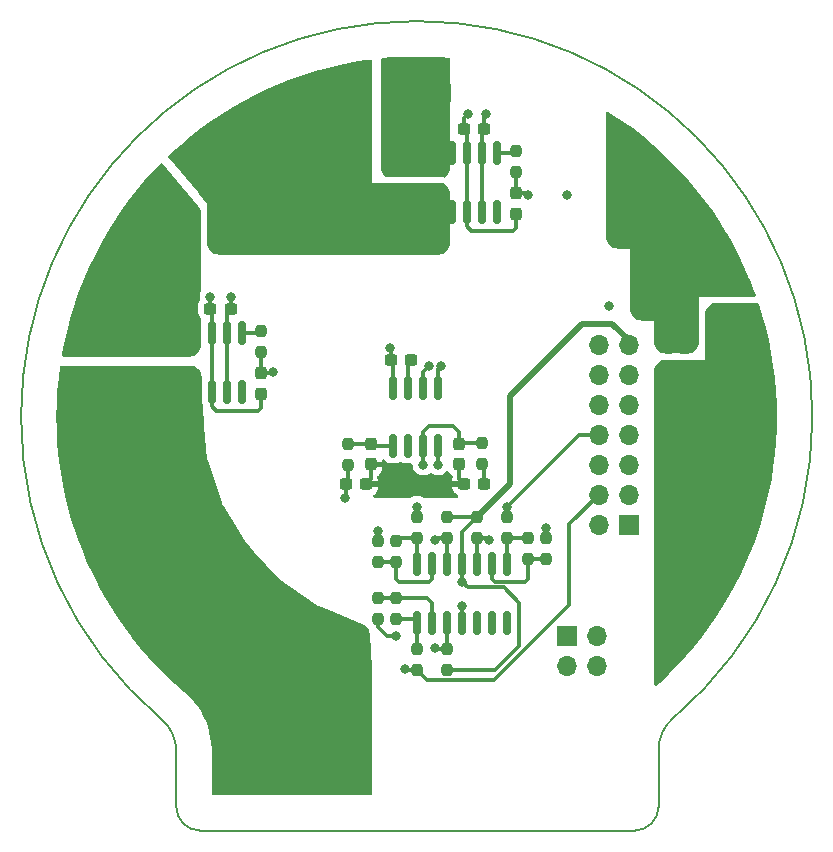
<source format=gbr>
%TF.GenerationSoftware,KiCad,Pcbnew,7.0.1*%
%TF.CreationDate,2023-12-23T17:04:28+03:00*%
%TF.ProjectId,_____ ________,1f3b3042-3020-4343-9042-47383a3e322e,rev?*%
%TF.SameCoordinates,Original*%
%TF.FileFunction,Copper,L1,Top*%
%TF.FilePolarity,Positive*%
%FSLAX46Y46*%
G04 Gerber Fmt 4.6, Leading zero omitted, Abs format (unit mm)*
G04 Created by KiCad (PCBNEW 7.0.1) date 2023-12-23 17:04:28*
%MOMM*%
%LPD*%
G01*
G04 APERTURE LIST*
G04 Aperture macros list*
%AMRoundRect*
0 Rectangle with rounded corners*
0 $1 Rounding radius*
0 $2 $3 $4 $5 $6 $7 $8 $9 X,Y pos of 4 corners*
0 Add a 4 corners polygon primitive as box body*
4,1,4,$2,$3,$4,$5,$6,$7,$8,$9,$2,$3,0*
0 Add four circle primitives for the rounded corners*
1,1,$1+$1,$2,$3*
1,1,$1+$1,$4,$5*
1,1,$1+$1,$6,$7*
1,1,$1+$1,$8,$9*
0 Add four rect primitives between the rounded corners*
20,1,$1+$1,$2,$3,$4,$5,0*
20,1,$1+$1,$4,$5,$6,$7,0*
20,1,$1+$1,$6,$7,$8,$9,0*
20,1,$1+$1,$8,$9,$2,$3,0*%
%AMRotRect*
0 Rectangle, with rotation*
0 The origin of the aperture is its center*
0 $1 length*
0 $2 width*
0 $3 Rotation angle, in degrees counterclockwise*
0 Add horizontal line*
21,1,$1,$2,0,0,$3*%
G04 Aperture macros list end*
%TA.AperFunction,SMDPad,CuDef*%
%ADD10RoundRect,0.249999X-1.425001X0.450001X-1.425001X-0.450001X1.425001X-0.450001X1.425001X0.450001X0*%
%TD*%
%TA.AperFunction,SMDPad,CuDef*%
%ADD11RoundRect,0.237500X0.237500X-0.250000X0.237500X0.250000X-0.237500X0.250000X-0.237500X-0.250000X0*%
%TD*%
%TA.AperFunction,ComponentPad*%
%ADD12RotRect,1.635000X1.635000X290.000000*%
%TD*%
%TA.AperFunction,ComponentPad*%
%ADD13C,1.635000*%
%TD*%
%TA.AperFunction,SMDPad,CuDef*%
%ADD14RoundRect,0.237500X0.237500X-0.300000X0.237500X0.300000X-0.237500X0.300000X-0.237500X-0.300000X0*%
%TD*%
%TA.AperFunction,SMDPad,CuDef*%
%ADD15RoundRect,0.237500X0.300000X0.237500X-0.300000X0.237500X-0.300000X-0.237500X0.300000X-0.237500X0*%
%TD*%
%TA.AperFunction,ComponentPad*%
%ADD16C,6.000000*%
%TD*%
%TA.AperFunction,SMDPad,CuDef*%
%ADD17RoundRect,0.237500X-0.300000X-0.237500X0.300000X-0.237500X0.300000X0.237500X-0.300000X0.237500X0*%
%TD*%
%TA.AperFunction,SMDPad,CuDef*%
%ADD18RoundRect,0.237500X-0.237500X0.250000X-0.237500X-0.250000X0.237500X-0.250000X0.237500X0.250000X0*%
%TD*%
%TA.AperFunction,SMDPad,CuDef*%
%ADD19RoundRect,0.150000X0.150000X-0.825000X0.150000X0.825000X-0.150000X0.825000X-0.150000X-0.825000X0*%
%TD*%
%TA.AperFunction,SMDPad,CuDef*%
%ADD20RoundRect,0.237500X-0.237500X0.300000X-0.237500X-0.300000X0.237500X-0.300000X0.237500X0.300000X0*%
%TD*%
%TA.AperFunction,ComponentPad*%
%ADD21RotRect,1.635000X1.635000X70.000000*%
%TD*%
%TA.AperFunction,ComponentPad*%
%ADD22RotRect,1.635000X1.635000X300.000000*%
%TD*%
%TA.AperFunction,ComponentPad*%
%ADD23R,1.635000X1.635000*%
%TD*%
%TA.AperFunction,ComponentPad*%
%ADD24RotRect,1.635000X1.635000X60.000000*%
%TD*%
%TA.AperFunction,SMDPad,CuDef*%
%ADD25RoundRect,0.150000X-0.150000X0.825000X-0.150000X-0.825000X0.150000X-0.825000X0.150000X0.825000X0*%
%TD*%
%TA.AperFunction,ComponentPad*%
%ADD26RotRect,1.635000X1.635000X50.000000*%
%TD*%
%TA.AperFunction,ComponentPad*%
%ADD27R,1.700000X1.700000*%
%TD*%
%TA.AperFunction,ComponentPad*%
%ADD28O,1.700000X1.700000*%
%TD*%
%TA.AperFunction,ComponentPad*%
%ADD29RotRect,1.635000X1.635000X310.000000*%
%TD*%
%TA.AperFunction,ViaPad*%
%ADD30C,0.800000*%
%TD*%
%TA.AperFunction,Conductor*%
%ADD31C,0.300000*%
%TD*%
%TA.AperFunction,Conductor*%
%ADD32C,0.500000*%
%TD*%
%TA.AperFunction,Profile*%
%ADD33C,0.200000*%
%TD*%
G04 APERTURE END LIST*
D10*
%TO.P,R5,1*%
%TO.N,B*%
X151892000Y-60450000D03*
%TO.P,R5,2*%
%TO.N,B_OUT*%
X151892000Y-66550000D03*
%TD*%
D11*
%TO.P,R17,1*%
%TO.N,GNDA*%
X148590000Y-100480500D03*
%TO.P,R17,2*%
%TO.N,Net-(U4C--)*%
X148590000Y-98655500D03*
%TD*%
D12*
%TO.P,J13,1,1*%
%TO.N,B_OUT*%
X144872270Y-59835673D03*
D13*
%TO.P,J13,2,2*%
X146411361Y-64064290D03*
%TD*%
D14*
%TO.P,C4,1*%
%TO.N,GND*%
X155448000Y-87323000D03*
%TO.P,C4,2*%
%TO.N,OUT_MCU*%
X155448000Y-85598000D03*
%TD*%
D15*
%TO.P,C8,1*%
%TO.N,+3.3V*%
X136091000Y-74168000D03*
%TO.P,C8,2*%
%TO.N,GND*%
X134366000Y-74168000D03*
%TD*%
D16*
%TO.P,J2,1,Pin_1*%
%TO.N,B*%
X151765000Y-55880000D03*
%TD*%
D17*
%TO.P,C1,1*%
%TO.N,+3.3V*%
X145822500Y-89050500D03*
%TO.P,C1,2*%
%TO.N,GND*%
X147547500Y-89050500D03*
%TD*%
D18*
%TO.P,R12,1*%
%TO.N,Temp_Coil_B_MCU*%
X151892000Y-91797500D03*
%TO.P,R12,2*%
%TO.N,Net-(R12-Pad2)*%
X151892000Y-93622500D03*
%TD*%
%TO.P,R10,1*%
%TO.N,Temp_Coil_A_MCU*%
X159512000Y-91797500D03*
%TO.P,R10,2*%
%TO.N,Net-(R10-Pad2)*%
X159512000Y-93622500D03*
%TD*%
D11*
%TO.P,R8,1*%
%TO.N,Current_C_MCU*%
X138684000Y-77874500D03*
%TO.P,R8,2*%
%TO.N,Net-(R8-Pad2)*%
X138684000Y-76049500D03*
%TD*%
D16*
%TO.P,J3,1,Pin_1*%
%TO.N,C*%
X129540000Y-70485000D03*
%TD*%
D19*
%TO.P,U2,1,-*%
%TO.N,B_OUT*%
X154813000Y-65975000D03*
%TO.P,U2,2,GND*%
%TO.N,GND*%
X156083000Y-65975000D03*
%TO.P,U2,3,REF2*%
%TO.N,+3.3V*%
X157353000Y-65975000D03*
%TO.P,U2,4,NC*%
%TO.N,unconnected-(U2-NC-Pad4)*%
X158623000Y-65975000D03*
%TO.P,U2,5*%
%TO.N,Net-(R6-Pad2)*%
X158623000Y-61025000D03*
%TO.P,U2,6,V+*%
%TO.N,+3.3V*%
X157353000Y-61025000D03*
%TO.P,U2,7,REF1*%
%TO.N,GND*%
X156083000Y-61025000D03*
%TO.P,U2,8,+*%
%TO.N,B*%
X154813000Y-61025000D03*
%TD*%
D18*
%TO.P,R16,1*%
%TO.N,GNDA*%
X148590000Y-93829500D03*
%TO.P,R16,2*%
%TO.N,Net-(U4B--)*%
X148590000Y-95654500D03*
%TD*%
%TO.P,R20,1*%
%TO.N,Net-(U4C--)*%
X150114000Y-98655500D03*
%TO.P,R20,2*%
%TO.N,Net-(R14-Pad2)*%
X150114000Y-100480500D03*
%TD*%
%TO.P,R11,1*%
%TO.N,+3.3VA*%
X154432000Y-91797500D03*
%TO.P,R11,2*%
%TO.N,PTC_Coil_B*%
X154432000Y-93622500D03*
%TD*%
D20*
%TO.P,C7,1*%
%TO.N,Current_B_MCU*%
X160274000Y-64415500D03*
%TO.P,C7,2*%
%TO.N,GND*%
X160274000Y-66140500D03*
%TD*%
D18*
%TO.P,R18,1*%
%TO.N,GNDA*%
X162814000Y-93575500D03*
%TO.P,R18,2*%
%TO.N,Net-(U4A--)*%
X162814000Y-95400500D03*
%TD*%
D20*
%TO.P,C3,1*%
%TO.N,Net-(D1-VDD)*%
X147955000Y-85648000D03*
%TO.P,C3,2*%
%TO.N,GND*%
X147955000Y-87373000D03*
%TD*%
D21*
%TO.P,J7,1,1*%
%TO.N,C_OUT*%
X145272909Y-107352617D03*
D13*
%TO.P,J7,2,2*%
X146812000Y-103124000D03*
%TD*%
D22*
%TO.P,J12,1,1*%
%TO.N,B_OUT*%
X139990000Y-62142886D03*
D13*
%TO.P,J12,2,2*%
X142240000Y-66040000D03*
%TD*%
D11*
%TO.P,R19,1*%
%TO.N,Net-(U4A--)*%
X161290000Y-95400500D03*
%TO.P,R19,2*%
%TO.N,Net-(R10-Pad2)*%
X161290000Y-93575500D03*
%TD*%
D19*
%TO.P,U3,1,-*%
%TO.N,C_OUT*%
X133223000Y-81215000D03*
%TO.P,U3,2,GND*%
%TO.N,GND*%
X134493000Y-81215000D03*
%TO.P,U3,3,REF2*%
%TO.N,+3.3V*%
X135763000Y-81215000D03*
%TO.P,U3,4,NC*%
%TO.N,unconnected-(U3-NC-Pad4)*%
X137033000Y-81215000D03*
%TO.P,U3,5*%
%TO.N,Net-(R8-Pad2)*%
X137033000Y-76265000D03*
%TO.P,U3,6,V+*%
%TO.N,+3.3V*%
X135763000Y-76265000D03*
%TO.P,U3,7,REF1*%
%TO.N,GND*%
X134493000Y-76265000D03*
%TO.P,U3,8,+*%
%TO.N,C*%
X133223000Y-76265000D03*
%TD*%
D23*
%TO.P,J6,1,1*%
%TO.N,A_OUT*%
X178272000Y-79248000D03*
D13*
%TO.P,J6,2,2*%
X173772000Y-79248000D03*
%TD*%
D11*
%TO.P,R2,1*%
%TO.N,Net-(C2-Pad2)*%
X157353000Y-87373000D03*
%TO.P,R2,2*%
%TO.N,OUT_MCU*%
X157353000Y-85548000D03*
%TD*%
D16*
%TO.P,J1,1,Pin_1*%
%TO.N,A*%
X173990000Y-70485000D03*
%TD*%
D24*
%TO.P,J10,1,1*%
%TO.N,C_OUT*%
X140498000Y-104989114D03*
D13*
%TO.P,J10,2,2*%
X142748000Y-101092000D03*
%TD*%
D23*
%TO.P,J5,1,1*%
%TO.N,A_OUT*%
X178272000Y-83566000D03*
D13*
%TO.P,J5,2,2*%
X173772000Y-83566000D03*
%TD*%
D25*
%TO.P,U4,1*%
%TO.N,Net-(R10-Pad2)*%
X159512000Y-95823000D03*
%TO.P,U4,2,-*%
%TO.N,Net-(U4A--)*%
X158242000Y-95823000D03*
%TO.P,U4,3,+*%
%TO.N,PTC_Coil_A*%
X156972000Y-95823000D03*
%TO.P,U4,4,V+*%
%TO.N,+3.3VA*%
X155702000Y-95823000D03*
%TO.P,U4,5,+*%
%TO.N,PTC_Coil_B*%
X154432000Y-95823000D03*
%TO.P,U4,6,-*%
%TO.N,Net-(U4B--)*%
X153162000Y-95823000D03*
%TO.P,U4,7*%
%TO.N,Net-(R12-Pad2)*%
X151892000Y-95823000D03*
%TO.P,U4,8*%
%TO.N,Net-(R14-Pad2)*%
X151892000Y-100773000D03*
%TO.P,U4,9,-*%
%TO.N,Net-(U4C--)*%
X153162000Y-100773000D03*
%TO.P,U4,10,+*%
%TO.N,PTC_Coil_C*%
X154432000Y-100773000D03*
%TO.P,U4,11,V-*%
%TO.N,GNDA*%
X155702000Y-100773000D03*
%TO.P,U4,12*%
%TO.N,N/C*%
X156972000Y-100773000D03*
%TO.P,U4,13*%
X158242000Y-100773000D03*
%TO.P,U4,14*%
X159512000Y-100773000D03*
%TD*%
D11*
%TO.P,R6,1*%
%TO.N,Current_B_MCU*%
X160274000Y-62634500D03*
%TO.P,R6,2*%
%TO.N,Net-(R6-Pad2)*%
X160274000Y-60809500D03*
%TD*%
D18*
%TO.P,R9,1*%
%TO.N,+3.3VA*%
X156972000Y-91797500D03*
%TO.P,R9,2*%
%TO.N,PTC_Coil_A*%
X156972000Y-93622500D03*
%TD*%
D26*
%TO.P,J11,1,1*%
%TO.N,C_OUT*%
X136045456Y-101999200D03*
D13*
%TO.P,J11,2,2*%
X138938000Y-98552000D03*
%TD*%
D11*
%TO.P,R14,1*%
%TO.N,Temp_Coil_C_MCU*%
X151892000Y-104798500D03*
%TO.P,R14,2*%
%TO.N,Net-(R14-Pad2)*%
X151892000Y-102973500D03*
%TD*%
D27*
%TO.P,J8,1,Pin_1*%
%TO.N,PTC_Coil_A*%
X164540000Y-101874000D03*
D28*
%TO.P,J8,2,Pin_2*%
%TO.N,GNDA*%
X167080000Y-101874000D03*
%TO.P,J8,3,Pin_3*%
%TO.N,PTC_Coil_C*%
X164540000Y-104414000D03*
%TO.P,J8,4,Pin_4*%
%TO.N,PTC_Coil_B*%
X167080000Y-104414000D03*
%TD*%
D11*
%TO.P,R13,1*%
%TO.N,+3.3VA*%
X154432000Y-104798500D03*
%TO.P,R13,2*%
%TO.N,PTC_Coil_C*%
X154432000Y-102973500D03*
%TD*%
%TO.P,R1,1*%
%TO.N,+3.3V*%
X146050000Y-87423000D03*
%TO.P,R1,2*%
%TO.N,Net-(D1-VDD)*%
X146050000Y-85598000D03*
%TD*%
D10*
%TO.P,R7,1*%
%TO.N,C*%
X129540000Y-75690000D03*
%TO.P,R7,2*%
%TO.N,C_OUT*%
X129540000Y-81790000D03*
%TD*%
D29*
%TO.P,J14,1,1*%
%TO.N,B_OUT*%
X135537456Y-65132800D03*
D13*
%TO.P,J14,2,2*%
X138430000Y-68580000D03*
%TD*%
D17*
%TO.P,C2,1*%
%TO.N,GND*%
X155855500Y-89000500D03*
%TO.P,C2,2*%
%TO.N,Net-(C2-Pad2)*%
X157580500Y-89000500D03*
%TD*%
D15*
%TO.P,C6,1*%
%TO.N,+3.3V*%
X157580500Y-58928000D03*
%TO.P,C6,2*%
%TO.N,GND*%
X155855500Y-58928000D03*
%TD*%
D23*
%TO.P,J9,1,1*%
%TO.N,A_OUT*%
X178272000Y-87884000D03*
D13*
%TO.P,J9,2,2*%
X173772000Y-87884000D03*
%TD*%
D19*
%TO.P,D1,1,VDD*%
%TO.N,Net-(D1-VDD)*%
X149859712Y-85812789D03*
%TO.P,D1,2,NC*%
%TO.N,unconnected-(D1-NC-Pad2)*%
X151129712Y-85812789D03*
%TO.P,D1,3,OUT*%
%TO.N,OUT_MCU*%
X152399712Y-85812789D03*
%TO.P,D1,4,SCLK*%
%TO.N,SCLK_MCU*%
X153669712Y-85812789D03*
%TO.P,D1,5,CS*%
%TO.N,CS_MCU*%
X153669712Y-80862789D03*
%TO.P,D1,6,SDIO*%
%TO.N,SDIO_MCU*%
X152399712Y-80862789D03*
%TO.P,D1,7,VLDO*%
%TO.N,Net-(D1-VLDO)*%
X151129712Y-80862789D03*
%TO.P,D1,8,GND*%
%TO.N,GND*%
X149859712Y-80862789D03*
%TD*%
D11*
%TO.P,R15,1*%
%TO.N,Net-(U4B--)*%
X150114000Y-95654500D03*
%TO.P,R15,2*%
%TO.N,Net-(R12-Pad2)*%
X150114000Y-93829500D03*
%TD*%
D17*
%TO.P,C5,1*%
%TO.N,GND*%
X149632500Y-78486000D03*
%TO.P,C5,2*%
%TO.N,Net-(D1-VLDO)*%
X151357500Y-78486000D03*
%TD*%
D20*
%TO.P,C9,1*%
%TO.N,Current_C_MCU*%
X138684000Y-79655500D03*
%TO.P,C9,2*%
%TO.N,GND*%
X138684000Y-81380500D03*
%TD*%
D27*
%TO.P,J4,1,Pin_1*%
%TO.N,+3.3V*%
X169784000Y-92456000D03*
D28*
%TO.P,J4,2,Pin_2*%
%TO.N,GND*%
X167244000Y-92456000D03*
%TO.P,J4,3,Pin_3*%
%TO.N,CS_MCU*%
X169784000Y-89916000D03*
%TO.P,J4,4,Pin_4*%
%TO.N,Temp_Coil_C_MCU*%
X167244000Y-89916000D03*
%TO.P,J4,5,Pin_5*%
%TO.N,SCLK_MCU*%
X169784000Y-87376000D03*
%TO.P,J4,6,Pin_6*%
%TO.N,Temp_Coil_B_MCU*%
X167244000Y-87376000D03*
%TO.P,J4,7,Pin_7*%
%TO.N,SDIO_MCU*%
X169784000Y-84836000D03*
%TO.P,J4,8,Pin_8*%
%TO.N,Temp_Coil_A_MCU*%
X167244000Y-84836000D03*
%TO.P,J4,9,Pin_9*%
%TO.N,OUT_MCU*%
X169784000Y-82296000D03*
%TO.P,J4,10,Pin_10*%
%TO.N,Current_C_MCU*%
X167244000Y-82296000D03*
%TO.P,J4,11,Pin_11*%
%TO.N,Current_B_MCU*%
X169784000Y-79756000D03*
%TO.P,J4,12,Pin_12*%
%TO.N,Current_A_MCU*%
X167244000Y-79756000D03*
%TO.P,J4,13,Pin_13*%
%TO.N,+3.3VA*%
X169784000Y-77216000D03*
%TO.P,J4,14,Pin_14*%
%TO.N,GNDA*%
X167244000Y-77216000D03*
%TD*%
D30*
%TO.N,+3.3V*%
X136144000Y-73152000D03*
X164592000Y-64516000D03*
X157734000Y-57658000D03*
X145796000Y-90170000D03*
%TO.N,GND*%
X149606000Y-77470000D03*
X156210000Y-57658000D03*
X134366000Y-73152000D03*
X151892000Y-89154000D03*
%TO.N,OUT_MCU*%
X152400000Y-87376000D03*
%TO.N,SCLK_MCU*%
X153670000Y-87376000D03*
%TO.N,CS_MCU*%
X153924000Y-78994000D03*
%TO.N,SDIO_MCU*%
X152908000Y-78994000D03*
%TO.N,Current_B_MCU*%
X161290000Y-64516000D03*
%TO.N,Current_C_MCU*%
X139700000Y-79502000D03*
%TO.N,A*%
X170688000Y-72644000D03*
X175006000Y-74676000D03*
X171450000Y-74168000D03*
X174244000Y-75184000D03*
X170688000Y-73660000D03*
X174244000Y-77216000D03*
X175006000Y-76708000D03*
X175006000Y-75692000D03*
X174244000Y-74168000D03*
X174244000Y-76200000D03*
X170688000Y-74676000D03*
%TO.N,A_OUT*%
X180594000Y-79248000D03*
X177546000Y-76708000D03*
X180594000Y-76708000D03*
X180594000Y-74676000D03*
X181102000Y-78486000D03*
X180086000Y-78486000D03*
X176784000Y-75184000D03*
X168148000Y-73914000D03*
X177546000Y-74676000D03*
X177546000Y-77724000D03*
X180594000Y-77724000D03*
X176784000Y-77216000D03*
X180594000Y-75692000D03*
X181102000Y-80010000D03*
X180086000Y-80010000D03*
X177546000Y-75692000D03*
X176784000Y-76200000D03*
%TO.N,B*%
X149352000Y-59182000D03*
X150368000Y-62230000D03*
X149352000Y-61214000D03*
X149352000Y-62230000D03*
X149352000Y-60198000D03*
X152400000Y-62230000D03*
X151384000Y-62230000D03*
X153416000Y-62230000D03*
%TO.N,B_OUT*%
X152400000Y-64008000D03*
X151892000Y-65024000D03*
X149352000Y-68072000D03*
X152400000Y-68072000D03*
X150876000Y-65024000D03*
X149352000Y-66040000D03*
X151384000Y-64008000D03*
X153416000Y-68072000D03*
X149352000Y-64008000D03*
X150368000Y-64008000D03*
X151384000Y-68072000D03*
X153416000Y-64008000D03*
X152908000Y-65024000D03*
X149352000Y-67056000D03*
X150368000Y-68072000D03*
X149860000Y-65024000D03*
%TO.N,C*%
X125984000Y-75692000D03*
X127000000Y-73660000D03*
X126492000Y-76708000D03*
X125476000Y-76708000D03*
X127508000Y-74676000D03*
X124460000Y-76708000D03*
X125984000Y-73660000D03*
X124968000Y-75692000D03*
X127000000Y-75692000D03*
X126492000Y-74676000D03*
X125476000Y-74676000D03*
%TO.N,C_OUT*%
X130048000Y-80264000D03*
X127000000Y-81280000D03*
X129032000Y-80264000D03*
X132080000Y-84836000D03*
X132080000Y-83312000D03*
X130556000Y-84074000D03*
X128016000Y-83312000D03*
X131064000Y-83312000D03*
X128016000Y-84836000D03*
X129540000Y-84074000D03*
X129032000Y-84836000D03*
X129032000Y-83312000D03*
X127000000Y-83312000D03*
X127000000Y-82296000D03*
X131064000Y-84836000D03*
X131064000Y-80264000D03*
X130048000Y-83312000D03*
X127000000Y-80264000D03*
X130048000Y-84836000D03*
X128016000Y-80264000D03*
X131572000Y-84074000D03*
X128524000Y-84074000D03*
%TO.N,GNDA*%
X155702000Y-99314000D03*
X148590000Y-92964000D03*
X150114000Y-101854000D03*
X162814000Y-92710000D03*
%TO.N,Temp_Coil_C_MCU*%
X150876000Y-104648000D03*
%TO.N,Temp_Coil_B_MCU*%
X151892000Y-90932000D03*
%TO.N,Temp_Coil_A_MCU*%
X159512000Y-90932000D03*
%TO.N,+3.3VA*%
X155702000Y-97282000D03*
%TO.N,PTC_Coil_A*%
X157988000Y-93726000D03*
%TO.N,PTC_Coil_B*%
X153416000Y-93726000D03*
%TO.N,PTC_Coil_C*%
X153416000Y-102870000D03*
%TD*%
D31*
%TO.N,+3.3V*%
X135763000Y-74496000D02*
X136091000Y-74168000D01*
X146050000Y-87423000D02*
X146050000Y-88823000D01*
X145822500Y-90143500D02*
X145796000Y-90170000D01*
X136091000Y-74168000D02*
X136091000Y-73205000D01*
X157353000Y-61025000D02*
X157353000Y-65975000D01*
X135763000Y-81215000D02*
X135763000Y-76265000D01*
X157353000Y-59155500D02*
X157580500Y-58928000D01*
X136091000Y-73205000D02*
X136144000Y-73152000D01*
X157580500Y-57811500D02*
X157734000Y-57658000D01*
X157353000Y-61025000D02*
X157353000Y-59155500D01*
X135763000Y-76265000D02*
X135763000Y-74496000D01*
X145822500Y-89050500D02*
X145822500Y-90143500D01*
X146050000Y-88823000D02*
X145822500Y-89050500D01*
X157580500Y-58928000D02*
X157580500Y-57811500D01*
%TO.N,GND*%
X134493000Y-74295000D02*
X134366000Y-74168000D01*
X155855500Y-58928000D02*
X155855500Y-58012500D01*
X134366000Y-74168000D02*
X134366000Y-73152000D01*
X134493000Y-82423000D02*
X134874000Y-82804000D01*
X134493000Y-76265000D02*
X134493000Y-74295000D01*
X134493000Y-81215000D02*
X134493000Y-76265000D01*
X134493000Y-81215000D02*
X134493000Y-82423000D01*
X147955000Y-88643000D02*
X147547500Y-89050500D01*
X149632500Y-78486000D02*
X149632500Y-77496500D01*
X149859712Y-80862789D02*
X149859712Y-78713212D01*
X156083000Y-59155500D02*
X155855500Y-58928000D01*
X134874000Y-82804000D02*
X138430000Y-82804000D01*
X149632500Y-77496500D02*
X149606000Y-77470000D01*
X156083000Y-61025000D02*
X156083000Y-59155500D01*
X156083000Y-61025000D02*
X156083000Y-65975000D01*
X160274000Y-66140500D02*
X160274000Y-67310000D01*
X155448000Y-88593000D02*
X155855500Y-89000500D01*
X138430000Y-82804000D02*
X138684000Y-82550000D01*
X160020000Y-67564000D02*
X156464000Y-67564000D01*
X155855500Y-58012500D02*
X156210000Y-57658000D01*
X147955000Y-87373000D02*
X147955000Y-88643000D01*
X156464000Y-67564000D02*
X156083000Y-67183000D01*
X156083000Y-67183000D02*
X156083000Y-65975000D01*
X149859712Y-78713212D02*
X149632500Y-78486000D01*
X155448000Y-87323000D02*
X155448000Y-88593000D01*
X138684000Y-82550000D02*
X138684000Y-81380500D01*
X160274000Y-67310000D02*
X160020000Y-67564000D01*
%TO.N,Net-(D1-VDD)*%
X147905000Y-85598000D02*
X147955000Y-85648000D01*
X146050000Y-85598000D02*
X147905000Y-85598000D01*
X148119789Y-85812789D02*
X147955000Y-85648000D01*
X149859712Y-85812789D02*
X148119789Y-85812789D01*
%TO.N,OUT_MCU*%
X155498000Y-85548000D02*
X155448000Y-85598000D01*
X155448000Y-84582000D02*
X155448000Y-85598000D01*
X154940000Y-84074000D02*
X155448000Y-84582000D01*
X157353000Y-85548000D02*
X155498000Y-85548000D01*
X152908000Y-84074000D02*
X154940000Y-84074000D01*
X152399712Y-84582288D02*
X152908000Y-84074000D01*
X152399712Y-85812789D02*
X152399712Y-87375712D01*
X152399712Y-85812789D02*
X152399712Y-84582288D01*
X152399712Y-87375712D02*
X152400000Y-87376000D01*
%TO.N,Net-(D1-VLDO)*%
X151129712Y-78713788D02*
X151357500Y-78486000D01*
X151129712Y-80862789D02*
X151129712Y-78713788D01*
%TO.N,SCLK_MCU*%
X153669712Y-85812789D02*
X153669712Y-87375712D01*
X153669712Y-87375712D02*
X153670000Y-87376000D01*
%TO.N,CS_MCU*%
X153669712Y-79248288D02*
X153924000Y-78994000D01*
X153669712Y-80862789D02*
X153669712Y-79248288D01*
%TO.N,SDIO_MCU*%
X152399712Y-80862789D02*
X152399712Y-79502288D01*
X152399712Y-79502288D02*
X152908000Y-78994000D01*
%TO.N,Current_B_MCU*%
X160274000Y-62634500D02*
X160274000Y-64415500D01*
X161189500Y-64415500D02*
X161290000Y-64516000D01*
X160274000Y-64415500D02*
X161189500Y-64415500D01*
%TO.N,Current_C_MCU*%
X138684000Y-77874500D02*
X138684000Y-79655500D01*
X138684000Y-79655500D02*
X139546500Y-79655500D01*
X139546500Y-79655500D02*
X139700000Y-79502000D01*
%TO.N,C*%
X129540000Y-75690000D02*
X132648000Y-75690000D01*
X132648000Y-75690000D02*
X133223000Y-76265000D01*
%TO.N,GNDA*%
X148590000Y-93829500D02*
X148590000Y-92964000D01*
X155702000Y-100773000D02*
X155702000Y-99314000D01*
X162814000Y-93575500D02*
X162814000Y-92710000D01*
X148590000Y-100480500D02*
X148590000Y-101092000D01*
X149352000Y-101854000D02*
X150114000Y-101854000D01*
X148590000Y-101092000D02*
X149352000Y-101854000D01*
%TO.N,Temp_Coil_C_MCU*%
X164756000Y-92404000D02*
X167244000Y-89916000D01*
X151892000Y-104798500D02*
X151026500Y-104798500D01*
X164756000Y-99258000D02*
X164756000Y-92404000D01*
X151892000Y-104798500D02*
X152729500Y-105636000D01*
X151026500Y-104798500D02*
X150876000Y-104648000D01*
X158378000Y-105636000D02*
X164756000Y-99258000D01*
X152729500Y-105636000D02*
X158378000Y-105636000D01*
%TO.N,Temp_Coil_B_MCU*%
X151892000Y-91797500D02*
X151892000Y-90932000D01*
%TO.N,Temp_Coil_A_MCU*%
X159512000Y-91797500D02*
X159512000Y-90932000D01*
X165608000Y-84836000D02*
X167244000Y-84836000D01*
X159512000Y-90932000D02*
X165608000Y-84836000D01*
%TO.N,+3.3VA*%
X154432000Y-91797500D02*
X156972000Y-91797500D01*
X155702000Y-95823000D02*
X155702000Y-93067500D01*
D32*
X159766000Y-89003500D02*
X156972000Y-91797500D01*
X168402000Y-75438000D02*
X165862000Y-75438000D01*
D31*
X160528000Y-99060000D02*
X160528000Y-102743000D01*
X158472500Y-104798500D02*
X154432000Y-104798500D01*
D32*
X169784000Y-76820000D02*
X168402000Y-75438000D01*
D31*
X156202000Y-97782000D02*
X159250000Y-97782000D01*
X160528000Y-102743000D02*
X158472500Y-104798500D01*
D32*
X169784000Y-77216000D02*
X169784000Y-76820000D01*
D31*
X159250000Y-97782000D02*
X160528000Y-99060000D01*
X155702000Y-97282000D02*
X156202000Y-97782000D01*
X155702000Y-95823000D02*
X155702000Y-97282000D01*
X155702000Y-93067500D02*
X156972000Y-91797500D01*
D32*
X159766000Y-81534000D02*
X159766000Y-89003500D01*
X165862000Y-75438000D02*
X159766000Y-81534000D01*
D31*
%TO.N,PTC_Coil_A*%
X156972000Y-93622500D02*
X157884500Y-93622500D01*
X156972000Y-93622500D02*
X156972000Y-95823000D01*
X157884500Y-93622500D02*
X157988000Y-93726000D01*
%TO.N,PTC_Coil_B*%
X154432000Y-93622500D02*
X153519500Y-93622500D01*
X153519500Y-93622500D02*
X153416000Y-93726000D01*
X154432000Y-93622500D02*
X154432000Y-95823000D01*
%TO.N,PTC_Coil_C*%
X153519500Y-102973500D02*
X153416000Y-102870000D01*
X154432000Y-100773000D02*
X154432000Y-102973500D01*
X154432000Y-102973500D02*
X153519500Y-102973500D01*
%TO.N,Net-(R14-Pad2)*%
X151599500Y-100480500D02*
X151892000Y-100773000D01*
X151892000Y-102973500D02*
X151892000Y-100773000D01*
X150114000Y-100480500D02*
X151599500Y-100480500D01*
%TO.N,Net-(R12-Pad2)*%
X150321000Y-93622500D02*
X150114000Y-93829500D01*
X151892000Y-95823000D02*
X151892000Y-93622500D01*
X151892000Y-93622500D02*
X150321000Y-93622500D01*
%TO.N,Net-(R10-Pad2)*%
X159512000Y-95823000D02*
X159512000Y-93622500D01*
X159512000Y-93622500D02*
X161243000Y-93622500D01*
X161243000Y-93622500D02*
X161290000Y-93575500D01*
%TO.N,Net-(U4C--)*%
X152757500Y-98655500D02*
X153162000Y-99060000D01*
X150114000Y-98655500D02*
X152757500Y-98655500D01*
X148590000Y-98655500D02*
X150114000Y-98655500D01*
X153162000Y-99060000D02*
X153162000Y-100773000D01*
%TO.N,Net-(U4B--)*%
X150368000Y-97282000D02*
X150114000Y-97028000D01*
X153162000Y-97028000D02*
X152908000Y-97282000D01*
X152908000Y-97282000D02*
X150368000Y-97282000D01*
X153162000Y-95823000D02*
X153162000Y-97028000D01*
X150114000Y-97028000D02*
X150114000Y-95654500D01*
X148590000Y-95654500D02*
X150114000Y-95654500D01*
%TO.N,Net-(U4A--)*%
X158242000Y-95823000D02*
X158242000Y-97028000D01*
X161036000Y-97282000D02*
X161290000Y-97028000D01*
X158496000Y-97282000D02*
X161036000Y-97282000D01*
X162814000Y-95400500D02*
X161290000Y-95400500D01*
X161290000Y-97028000D02*
X161290000Y-95400500D01*
X158242000Y-97028000D02*
X158496000Y-97282000D01*
%TO.N,Net-(R8-Pad2)*%
X138468500Y-76265000D02*
X138684000Y-76049500D01*
X137033000Y-76265000D02*
X138468500Y-76265000D01*
%TO.N,Net-(R6-Pad2)*%
X158623000Y-61025000D02*
X160058500Y-61025000D01*
X160058500Y-61025000D02*
X160274000Y-60809500D01*
%TO.N,Net-(C2-Pad2)*%
X157580500Y-89000500D02*
X157580500Y-87600500D01*
X157580500Y-87600500D02*
X157353000Y-87373000D01*
%TD*%
%TA.AperFunction,Conductor*%
%TO.N,GND*%
G36*
X149115098Y-86942622D02*
G01*
X149160729Y-86987402D01*
X149191631Y-87039654D01*
X149307847Y-87155870D01*
X149449313Y-87239532D01*
X149449314Y-87239533D01*
X149607139Y-87285386D01*
X149607143Y-87285387D01*
X149644018Y-87288289D01*
X150075404Y-87288289D01*
X150075406Y-87288289D01*
X150112281Y-87285387D01*
X150270110Y-87239533D01*
X150411577Y-87155870D01*
X150411577Y-87155869D01*
X150425060Y-87147896D01*
X150425990Y-87149469D01*
X150462618Y-87128322D01*
X150526806Y-87128322D01*
X150563433Y-87149469D01*
X150564364Y-87147896D01*
X150577846Y-87155869D01*
X150577847Y-87155870D01*
X150631743Y-87187744D01*
X150719314Y-87239533D01*
X150877139Y-87285386D01*
X150877143Y-87285387D01*
X150914018Y-87288289D01*
X151345403Y-87288289D01*
X151345406Y-87288289D01*
X151363751Y-87286845D01*
X151425884Y-87298081D01*
X151474429Y-87338456D01*
X151496799Y-87397500D01*
X151508503Y-87508860D01*
X151514326Y-87564257D01*
X151572820Y-87744284D01*
X151667466Y-87908216D01*
X151794129Y-88048889D01*
X151947269Y-88160151D01*
X152120197Y-88237144D01*
X152305352Y-88276500D01*
X152305354Y-88276500D01*
X152494646Y-88276500D01*
X152494648Y-88276500D01*
X152627736Y-88248211D01*
X152679803Y-88237144D01*
X152852730Y-88160151D01*
X152881027Y-88139592D01*
X152962115Y-88080679D01*
X153009219Y-88059707D01*
X153060781Y-88059707D01*
X153107885Y-88080679D01*
X153217269Y-88160151D01*
X153390197Y-88237144D01*
X153575352Y-88276500D01*
X153575354Y-88276500D01*
X153764646Y-88276500D01*
X153764648Y-88276500D01*
X153897736Y-88248211D01*
X153949803Y-88237144D01*
X154122730Y-88160151D01*
X154275871Y-88048888D01*
X154361418Y-87953877D01*
X154408288Y-87921413D01*
X154464733Y-87913355D01*
X154518818Y-87931407D01*
X154559106Y-87971754D01*
X154628056Y-88083540D01*
X154749961Y-88205445D01*
X154849380Y-88266768D01*
X154893428Y-88313455D01*
X154908231Y-88375911D01*
X154889823Y-88437401D01*
X154882547Y-88449197D01*
X154828318Y-88612848D01*
X154818000Y-88713853D01*
X154818000Y-88750500D01*
X155981500Y-88750500D01*
X156043500Y-88767113D01*
X156088887Y-88812500D01*
X156105500Y-88874500D01*
X156105500Y-89126500D01*
X156088887Y-89188500D01*
X156043500Y-89233887D01*
X155981500Y-89250500D01*
X154818001Y-89250500D01*
X154818001Y-89287147D01*
X154828318Y-89388150D01*
X154882546Y-89551801D01*
X154973056Y-89698540D01*
X155094959Y-89820443D01*
X155241698Y-89910953D01*
X155294030Y-89928294D01*
X155350937Y-89967405D01*
X155378102Y-90030888D01*
X155367101Y-90099058D01*
X155321347Y-90150774D01*
X155255026Y-90170000D01*
X152415508Y-90170000D01*
X152377190Y-90163931D01*
X152351838Y-90151014D01*
X152344730Y-90147849D01*
X152258025Y-90109245D01*
X152171802Y-90070855D01*
X151986648Y-90031500D01*
X151986646Y-90031500D01*
X151797354Y-90031500D01*
X151797352Y-90031500D01*
X151612197Y-90070855D01*
X151432161Y-90151014D01*
X151406810Y-90163931D01*
X151368492Y-90170000D01*
X148259621Y-90170000D01*
X148198247Y-90153746D01*
X148152962Y-90109245D01*
X148135640Y-90048164D01*
X148150820Y-89986515D01*
X148194524Y-89940461D01*
X148308040Y-89870443D01*
X148429943Y-89748540D01*
X148520453Y-89601801D01*
X148574681Y-89438151D01*
X148585000Y-89337147D01*
X148585000Y-89300500D01*
X147421500Y-89300500D01*
X147359500Y-89283887D01*
X147314113Y-89238500D01*
X147297500Y-89176500D01*
X147297500Y-88924500D01*
X147314113Y-88862500D01*
X147359500Y-88817113D01*
X147421500Y-88800500D01*
X148584999Y-88800500D01*
X148584999Y-88763853D01*
X148574681Y-88662848D01*
X148520453Y-88499196D01*
X148513180Y-88487406D01*
X148494769Y-88425915D01*
X148509571Y-88363456D01*
X148553619Y-88316767D01*
X148653040Y-88255443D01*
X148774943Y-88133540D01*
X148865453Y-87986801D01*
X148919681Y-87823151D01*
X148930000Y-87722147D01*
X148930000Y-87623000D01*
X147829000Y-87623000D01*
X147767000Y-87606387D01*
X147721613Y-87561000D01*
X147705000Y-87499000D01*
X147705000Y-87247000D01*
X147721613Y-87185000D01*
X147767000Y-87139613D01*
X147829000Y-87123000D01*
X148929999Y-87123000D01*
X148929999Y-87050525D01*
X148946482Y-86988750D01*
X148991550Y-86943398D01*
X149053220Y-86926527D01*
X149115098Y-86942622D01*
G37*
%TD.AperFunction*%
%TD*%
%TA.AperFunction,Conductor*%
%TO.N,A*%
G36*
X168083167Y-57521104D02*
G01*
X168335648Y-57677067D01*
X168339372Y-57679460D01*
X169240966Y-58281886D01*
X169244602Y-58284410D01*
X170124149Y-58918653D01*
X170127692Y-58921306D01*
X170984023Y-59586524D01*
X170987441Y-59589279D01*
X171819481Y-60284636D01*
X171822791Y-60287503D01*
X172629554Y-61012179D01*
X172632767Y-61015172D01*
X173413097Y-61768130D01*
X173416177Y-61771210D01*
X174072760Y-62451661D01*
X174169135Y-62551540D01*
X174172130Y-62554755D01*
X174896800Y-63361512D01*
X174899671Y-63364826D01*
X175595017Y-64196852D01*
X175597795Y-64200299D01*
X176263001Y-65056615D01*
X176265654Y-65060158D01*
X176899897Y-65939705D01*
X176902421Y-65943341D01*
X177504847Y-66844935D01*
X177507240Y-66848659D01*
X178077100Y-67771177D01*
X178079359Y-67774984D01*
X178615928Y-68717254D01*
X178618050Y-68721139D01*
X179120668Y-69681999D01*
X179122649Y-69685958D01*
X179590623Y-70664090D01*
X179592462Y-70668116D01*
X180025243Y-71662366D01*
X180026937Y-71666456D01*
X180423947Y-72675497D01*
X180425494Y-72679644D01*
X180533834Y-72986747D01*
X180539712Y-73045099D01*
X180518118Y-73099626D01*
X180473881Y-73138131D01*
X180416897Y-73152000D01*
X175768000Y-73152000D01*
X175768000Y-74152000D01*
X175768000Y-74152001D01*
X175768000Y-76971907D01*
X175767403Y-76984061D01*
X175749982Y-77160934D01*
X175745240Y-77184775D01*
X175695424Y-77348998D01*
X175686121Y-77371456D01*
X175605227Y-77522798D01*
X175591722Y-77543010D01*
X175482854Y-77675666D01*
X175465666Y-77692854D01*
X175333010Y-77801722D01*
X175312798Y-77815227D01*
X175161456Y-77896121D01*
X175138998Y-77905424D01*
X174974775Y-77955240D01*
X174950934Y-77959982D01*
X174774061Y-77977403D01*
X174761907Y-77978000D01*
X174140984Y-77978000D01*
X174108890Y-77973775D01*
X174001740Y-77945064D01*
X173772000Y-77924964D01*
X173542259Y-77945064D01*
X173435110Y-77973775D01*
X173403016Y-77978000D01*
X172964093Y-77978000D01*
X172951939Y-77977403D01*
X172775065Y-77959982D01*
X172751224Y-77955240D01*
X172587001Y-77905424D01*
X172564543Y-77896121D01*
X172413201Y-77815227D01*
X172392989Y-77801722D01*
X172260333Y-77692854D01*
X172243145Y-77675666D01*
X172134277Y-77543010D01*
X172120772Y-77522798D01*
X172039878Y-77371456D01*
X172030575Y-77348998D01*
X171980757Y-77184769D01*
X171976018Y-77160941D01*
X171958597Y-76984061D01*
X171958000Y-76971907D01*
X171958000Y-76184001D01*
X171958000Y-76184000D01*
X171958000Y-75184000D01*
X170958000Y-75184000D01*
X170957999Y-75184000D01*
X170932093Y-75184000D01*
X170919939Y-75183403D01*
X170743065Y-75165982D01*
X170719224Y-75161240D01*
X170555001Y-75111424D01*
X170532543Y-75102121D01*
X170381201Y-75021227D01*
X170360989Y-75007722D01*
X170228333Y-74898854D01*
X170211145Y-74881666D01*
X170102277Y-74749010D01*
X170088772Y-74728798D01*
X170007878Y-74577456D01*
X169998575Y-74554998D01*
X169948757Y-74390769D01*
X169944018Y-74366941D01*
X169926597Y-74190061D01*
X169926000Y-74177907D01*
X169926000Y-70088001D01*
X169926000Y-70088000D01*
X169926000Y-69088000D01*
X168926000Y-69088000D01*
X168925999Y-69088000D01*
X168900093Y-69088000D01*
X168887939Y-69087403D01*
X168711065Y-69069982D01*
X168687224Y-69065240D01*
X168523001Y-69015424D01*
X168500543Y-69006121D01*
X168349201Y-68925227D01*
X168328989Y-68911722D01*
X168196333Y-68802854D01*
X168179145Y-68785666D01*
X168070277Y-68653010D01*
X168056772Y-68632798D01*
X167975878Y-68481456D01*
X167966575Y-68458998D01*
X167916757Y-68294769D01*
X167912018Y-68270941D01*
X167894597Y-68094061D01*
X167894000Y-68081907D01*
X167894000Y-57626599D01*
X167911077Y-57563802D01*
X167957604Y-57518302D01*
X168020766Y-57502630D01*
X168083167Y-57521104D01*
G37*
%TD.AperFunction*%
%TD*%
%TA.AperFunction,Conductor*%
%TO.N,B*%
G36*
X152934672Y-52855939D02*
G01*
X152939044Y-52856096D01*
X154021914Y-52914139D01*
X154026234Y-52914448D01*
X154573052Y-52963382D01*
X154630276Y-52983378D01*
X154671184Y-53028110D01*
X154686000Y-53086888D01*
X154686000Y-62239907D01*
X154685403Y-62252061D01*
X154667982Y-62428934D01*
X154663240Y-62452775D01*
X154613424Y-62616998D01*
X154604121Y-62639456D01*
X154523227Y-62790798D01*
X154509722Y-62811010D01*
X154400854Y-62943666D01*
X154383666Y-62960854D01*
X154272478Y-63052104D01*
X154218004Y-63077868D01*
X154157818Y-63074912D01*
X154039506Y-63039022D01*
X153991375Y-63026967D01*
X153967531Y-63022225D01*
X153918494Y-63014952D01*
X153741598Y-62997530D01*
X153716876Y-62995707D01*
X153716871Y-62995706D01*
X153716861Y-62995706D01*
X153711602Y-62995447D01*
X153704714Y-62995109D01*
X153697473Y-62994931D01*
X153679907Y-62994500D01*
X153679890Y-62994500D01*
X149231699Y-62994500D01*
X149189926Y-62987252D01*
X149153036Y-62966355D01*
X149146334Y-62960855D01*
X149129144Y-62943665D01*
X149020277Y-62811010D01*
X149006772Y-62790798D01*
X148925878Y-62639456D01*
X148916575Y-62616998D01*
X148866757Y-62452769D01*
X148862018Y-62428941D01*
X148844597Y-62252061D01*
X148844000Y-62239907D01*
X148844000Y-53101790D01*
X148858816Y-53043012D01*
X148899724Y-52998280D01*
X148956948Y-52978284D01*
X149007011Y-52973803D01*
X149670293Y-52914448D01*
X149674605Y-52914139D01*
X150757481Y-52856095D01*
X150761849Y-52855939D01*
X151846077Y-52836585D01*
X151850447Y-52836585D01*
X152934672Y-52855939D01*
G37*
%TD.AperFunction*%
%TD*%
%TA.AperFunction,Conductor*%
%TO.N,A_OUT*%
G36*
X180732831Y-73670901D02*
G01*
X180774732Y-73701688D01*
X180800327Y-73746947D01*
X181111656Y-74741232D01*
X181112903Y-74745479D01*
X181399784Y-75791204D01*
X181400878Y-75795493D01*
X181650244Y-76850758D01*
X181651185Y-76855084D01*
X181862729Y-77918588D01*
X181863515Y-77922944D01*
X182036967Y-78993330D01*
X182037597Y-78997712D01*
X182172733Y-80073606D01*
X182173206Y-80078007D01*
X182269855Y-81158025D01*
X182270171Y-81162440D01*
X182328210Y-82245237D01*
X182328368Y-82249661D01*
X182347723Y-83333869D01*
X182347724Y-83338229D01*
X182329510Y-84389932D01*
X182329362Y-84394224D01*
X182274740Y-85444738D01*
X182274443Y-85449022D01*
X182183479Y-86497025D01*
X182183033Y-86501296D01*
X182055840Y-87545479D01*
X182055247Y-87549732D01*
X181891972Y-88588904D01*
X181891232Y-88593134D01*
X181692074Y-89626033D01*
X181691188Y-89630234D01*
X181456393Y-90655579D01*
X181455363Y-90659748D01*
X181185188Y-91676414D01*
X181184013Y-91680544D01*
X180878809Y-92687211D01*
X180877492Y-92691299D01*
X180537611Y-93686804D01*
X180536154Y-93690843D01*
X180162007Y-94673984D01*
X180160423Y-94677938D01*
X179752455Y-95647542D01*
X179750721Y-95651471D01*
X179309440Y-96606336D01*
X179307572Y-96610202D01*
X178833477Y-97549246D01*
X178831475Y-97553045D01*
X178325154Y-98475105D01*
X178323022Y-98478833D01*
X177785100Y-99382769D01*
X177782841Y-99386421D01*
X177213907Y-100271245D01*
X177211522Y-100274816D01*
X176612309Y-101139384D01*
X176609802Y-101142870D01*
X175981026Y-101986156D01*
X175978400Y-101989554D01*
X175320789Y-102810576D01*
X175318047Y-102813881D01*
X174632385Y-103611662D01*
X174629530Y-103614869D01*
X173916689Y-104388396D01*
X173913725Y-104391503D01*
X173174515Y-105139894D01*
X173171445Y-105142897D01*
X172406749Y-105865260D01*
X172403577Y-105868154D01*
X172163979Y-106079279D01*
X172114320Y-106105958D01*
X172057981Y-106107896D01*
X172006607Y-106084691D01*
X171970814Y-106041140D01*
X171958000Y-105986244D01*
X171958000Y-79492093D01*
X171958597Y-79479939D01*
X171959290Y-79472895D01*
X171976018Y-79303056D01*
X171980757Y-79279232D01*
X172030577Y-79114994D01*
X172039875Y-79092549D01*
X172120775Y-78941195D01*
X172134272Y-78920995D01*
X172243149Y-78788328D01*
X172260328Y-78771149D01*
X172392995Y-78662272D01*
X172413195Y-78648775D01*
X172564549Y-78567875D01*
X172586994Y-78558577D01*
X172751232Y-78508757D01*
X172775056Y-78504018D01*
X172951938Y-78486597D01*
X172964093Y-78486000D01*
X175275999Y-78486000D01*
X175276000Y-78486000D01*
X176276000Y-78486000D01*
X176276000Y-74666093D01*
X176276597Y-74653939D01*
X176277290Y-74646895D01*
X176294018Y-74477056D01*
X176298757Y-74453232D01*
X176348577Y-74288994D01*
X176357875Y-74266549D01*
X176438775Y-74115195D01*
X176452272Y-74094995D01*
X176561149Y-73962328D01*
X176578328Y-73945149D01*
X176710995Y-73836272D01*
X176731195Y-73822775D01*
X176882549Y-73741875D01*
X176904994Y-73732577D01*
X177069232Y-73682757D01*
X177093056Y-73678018D01*
X177269938Y-73660597D01*
X177282093Y-73660000D01*
X180681992Y-73660000D01*
X180732831Y-73670901D01*
G37*
%TD.AperFunction*%
%TD*%
%TA.AperFunction,Conductor*%
%TO.N,C_OUT*%
G36*
X132658624Y-78994559D02*
G01*
X132829947Y-79010894D01*
X132853048Y-79015338D01*
X133012525Y-79062088D01*
X133034381Y-79070824D01*
X133182132Y-79146858D01*
X133201944Y-79159565D01*
X133332676Y-79262155D01*
X133349730Y-79278378D01*
X133458718Y-79403820D01*
X133472399Y-79422973D01*
X133555718Y-79566746D01*
X133565534Y-79588140D01*
X133620184Y-79745069D01*
X133625781Y-79767931D01*
X133650651Y-79938233D01*
X133651797Y-79949959D01*
X133692345Y-80760900D01*
X133692500Y-80767092D01*
X133692500Y-82105692D01*
X133695402Y-82142572D01*
X133741255Y-82300397D01*
X133756328Y-82325885D01*
X133773439Y-82382811D01*
X133856980Y-84053617D01*
X133856984Y-84053699D01*
X133858000Y-84074000D01*
X134112000Y-86868000D01*
X134148696Y-86978089D01*
X134148698Y-86978095D01*
X135345488Y-90568466D01*
X135345492Y-90568476D01*
X135382000Y-90678000D01*
X135442511Y-90776330D01*
X135442513Y-90776334D01*
X136539291Y-92558599D01*
X137414000Y-93980000D01*
X137478482Y-94050344D01*
X137478487Y-94050350D01*
X138113520Y-94743113D01*
X140208000Y-97028000D01*
X143510000Y-99314000D01*
X143609754Y-99355075D01*
X143609760Y-99355078D01*
X144435649Y-99695149D01*
X147250130Y-100854053D01*
X147260478Y-100858885D01*
X147408670Y-100936604D01*
X147427868Y-100949056D01*
X147554730Y-101049116D01*
X147571310Y-101064882D01*
X147677626Y-101186552D01*
X147691029Y-101205100D01*
X147773169Y-101344223D01*
X147782936Y-101364918D01*
X147838116Y-101516776D01*
X147843913Y-101538915D01*
X147871183Y-101704000D01*
X147872526Y-101715374D01*
X148079380Y-104611317D01*
X148079518Y-104613528D01*
X148081246Y-104645831D01*
X148081403Y-104650241D01*
X148081980Y-104682546D01*
X148082000Y-104684760D01*
X148082000Y-115239501D01*
X148065387Y-115301501D01*
X148020000Y-115346888D01*
X147958000Y-115363501D01*
X134971858Y-115363501D01*
X134612118Y-115363501D01*
X134550119Y-115346889D01*
X134504732Y-115301502D01*
X134488119Y-115239502D01*
X134488119Y-111670993D01*
X134488137Y-111670902D01*
X134488152Y-111619586D01*
X134488223Y-111383810D01*
X134454282Y-110913483D01*
X134386384Y-110446846D01*
X134284885Y-109986348D01*
X134150318Y-109534406D01*
X133983388Y-109093391D01*
X133784972Y-108665616D01*
X133784967Y-108665605D01*
X133556115Y-108253335D01*
X133556111Y-108253327D01*
X133298004Y-107858686D01*
X133012008Y-107483765D01*
X132699622Y-107130530D01*
X132362485Y-106800834D01*
X132315435Y-106761052D01*
X132313049Y-106758794D01*
X132181115Y-106647477D01*
X132179478Y-106646072D01*
X131382774Y-105949783D01*
X131379619Y-105946927D01*
X130664300Y-105276463D01*
X130608433Y-105224099D01*
X130605337Y-105221094D01*
X130069410Y-104682546D01*
X129859770Y-104471880D01*
X129856812Y-104468803D01*
X129137757Y-103694096D01*
X129134881Y-103690888D01*
X128443227Y-102891648D01*
X128440461Y-102888337D01*
X127777025Y-102065510D01*
X127774376Y-102062104D01*
X127618212Y-101854000D01*
X127139977Y-101216705D01*
X127137500Y-101213283D01*
X126532841Y-100346243D01*
X126530446Y-100342677D01*
X126360689Y-100080247D01*
X125956380Y-99455218D01*
X125954100Y-99451555D01*
X125687896Y-99006826D01*
X125411235Y-98544625D01*
X125409112Y-98540935D01*
X124898128Y-97615665D01*
X124896113Y-97611862D01*
X124827563Y-97476837D01*
X124417636Y-96669391D01*
X124415756Y-96665522D01*
X124399947Y-96631500D01*
X123970370Y-95706996D01*
X123968620Y-95703052D01*
X123556853Y-94729615D01*
X123555241Y-94725613D01*
X123267639Y-93973826D01*
X123177573Y-93738397D01*
X123176106Y-93734350D01*
X123151850Y-93663670D01*
X122833024Y-92734622D01*
X122831695Y-92730517D01*
X122779308Y-92558599D01*
X122523600Y-91719450D01*
X122522422Y-91715326D01*
X122249682Y-90694125D01*
X122248662Y-90690025D01*
X122011603Y-89659890D01*
X122010724Y-89655742D01*
X121809657Y-88618036D01*
X121808914Y-88613808D01*
X121644072Y-87569732D01*
X121643483Y-87565528D01*
X121515066Y-86516365D01*
X121514623Y-86512135D01*
X121422785Y-85459117D01*
X121422486Y-85454827D01*
X121402647Y-85075085D01*
X121367340Y-84399287D01*
X121367191Y-84394997D01*
X121367035Y-84386045D01*
X121348801Y-83338116D01*
X121348801Y-83333804D01*
X121368155Y-82249633D01*
X121368311Y-82245265D01*
X121426355Y-81162389D01*
X121426664Y-81158077D01*
X121523318Y-80077989D01*
X121523790Y-80073606D01*
X121534526Y-79988135D01*
X121645759Y-79102545D01*
X121666936Y-79047280D01*
X121711317Y-79008124D01*
X121768792Y-78994000D01*
X132646856Y-78994000D01*
X132658624Y-78994559D01*
G37*
%TD.AperFunction*%
%TD*%
%TA.AperFunction,Conductor*%
%TO.N,C*%
G36*
X130273140Y-61878572D02*
G01*
X130329820Y-61916514D01*
X131165740Y-62904420D01*
X133363870Y-65502211D01*
X133370520Y-65510808D01*
X133462181Y-65640712D01*
X133473109Y-65659507D01*
X133538347Y-65798471D01*
X133545826Y-65818888D01*
X133585786Y-65967105D01*
X133589584Y-65988512D01*
X133603523Y-66146888D01*
X133604000Y-66157759D01*
X133604000Y-72637597D01*
X133587387Y-72699597D01*
X133538820Y-72783715D01*
X133480326Y-72963742D01*
X133460540Y-73152000D01*
X133480326Y-73340259D01*
X133491108Y-73373441D01*
X133496296Y-73426512D01*
X133478716Y-73476855D01*
X133392591Y-73616484D01*
X133338325Y-73780246D01*
X133328000Y-73881323D01*
X133328000Y-74454676D01*
X133338325Y-74555752D01*
X133392591Y-74719515D01*
X133407289Y-74743344D01*
X133483160Y-74866350D01*
X133567683Y-74950873D01*
X133594561Y-74991099D01*
X133604000Y-75038552D01*
X133604000Y-77225907D01*
X133603403Y-77238061D01*
X133585982Y-77414934D01*
X133581240Y-77438775D01*
X133531424Y-77602998D01*
X133522121Y-77625456D01*
X133441227Y-77776798D01*
X133427722Y-77797010D01*
X133318854Y-77929666D01*
X133301666Y-77946854D01*
X133169010Y-78055722D01*
X133148798Y-78069227D01*
X132997456Y-78150121D01*
X132974998Y-78159424D01*
X132810775Y-78209240D01*
X132786934Y-78213982D01*
X132610061Y-78231403D01*
X132597907Y-78232000D01*
X121928638Y-78232000D01*
X121876624Y-78220563D01*
X121834204Y-78188363D01*
X121809204Y-78141339D01*
X121806235Y-78088165D01*
X121812511Y-78049430D01*
X121833012Y-77922921D01*
X121833794Y-77918588D01*
X122045346Y-76855043D01*
X122046270Y-76850798D01*
X122295655Y-75795453D01*
X122296728Y-75791243D01*
X122583624Y-74745463D01*
X122584867Y-74741232D01*
X122642944Y-74555753D01*
X122908895Y-73706393D01*
X122910271Y-73702258D01*
X123271044Y-72679601D01*
X123272560Y-72675539D01*
X123669592Y-71666441D01*
X123671280Y-71662366D01*
X124104076Y-70668082D01*
X124105884Y-70664124D01*
X124573894Y-69685916D01*
X124575834Y-69682040D01*
X125078485Y-68721115D01*
X125080581Y-68717279D01*
X125617194Y-67774932D01*
X125619392Y-67771228D01*
X126189302Y-66848629D01*
X126191656Y-66844965D01*
X126794125Y-65943307D01*
X126796603Y-65939737D01*
X127430888Y-65060132D01*
X127433501Y-65056642D01*
X128098761Y-64200257D01*
X128101472Y-64196893D01*
X128796882Y-63364790D01*
X128799695Y-63361543D01*
X129524420Y-62554725D01*
X129527363Y-62551566D01*
X130145935Y-61910508D01*
X130204966Y-61876346D01*
X130273140Y-61878572D01*
G37*
%TD.AperFunction*%
%TD*%
%TA.AperFunction,Conductor*%
%TO.N,B_OUT*%
G36*
X148010850Y-53103232D02*
G01*
X148062712Y-53148987D01*
X148082000Y-53215405D01*
X148082000Y-63500000D01*
X153679907Y-63500000D01*
X153692061Y-63500597D01*
X153868941Y-63518018D01*
X153892769Y-63522757D01*
X154057001Y-63572576D01*
X154079453Y-63581877D01*
X154230798Y-63662772D01*
X154251010Y-63676277D01*
X154383666Y-63785145D01*
X154400854Y-63802333D01*
X154509722Y-63934989D01*
X154523227Y-63955201D01*
X154604121Y-64106543D01*
X154613424Y-64129001D01*
X154663240Y-64293224D01*
X154667982Y-64317065D01*
X154685403Y-64493939D01*
X154686000Y-64506093D01*
X154686000Y-68589907D01*
X154685403Y-68602061D01*
X154667982Y-68778934D01*
X154663240Y-68802775D01*
X154613424Y-68966998D01*
X154604121Y-68989456D01*
X154523227Y-69140798D01*
X154509722Y-69161010D01*
X154400854Y-69293666D01*
X154383666Y-69310854D01*
X154251010Y-69419722D01*
X154230798Y-69433227D01*
X154079456Y-69514121D01*
X154056998Y-69523424D01*
X153892775Y-69573240D01*
X153868934Y-69577982D01*
X153692061Y-69595403D01*
X153679907Y-69596000D01*
X135118093Y-69596000D01*
X135105939Y-69595403D01*
X134929065Y-69577982D01*
X134905224Y-69573240D01*
X134741001Y-69523424D01*
X134718543Y-69514121D01*
X134567201Y-69433227D01*
X134546989Y-69419722D01*
X134414333Y-69310854D01*
X134397145Y-69293666D01*
X134288277Y-69161010D01*
X134274772Y-69140798D01*
X134193878Y-68989456D01*
X134184575Y-68966998D01*
X134134757Y-68802769D01*
X134130018Y-68778941D01*
X134112597Y-68602061D01*
X134112000Y-68589907D01*
X134112000Y-65642267D01*
X134112000Y-65278000D01*
X133458480Y-64500000D01*
X133294604Y-64304910D01*
X130844069Y-61387606D01*
X130817439Y-61332245D01*
X130820650Y-61270896D01*
X130852912Y-61218620D01*
X131063782Y-61015147D01*
X131066941Y-61012204D01*
X131873759Y-60287479D01*
X131877006Y-60284666D01*
X132709109Y-59589256D01*
X132712473Y-59586545D01*
X133568858Y-58921285D01*
X133572348Y-58918672D01*
X134451953Y-58284387D01*
X134455523Y-58281909D01*
X135357181Y-57679440D01*
X135360845Y-57677086D01*
X136283444Y-57107176D01*
X136287148Y-57104978D01*
X137229495Y-56568365D01*
X137233331Y-56566269D01*
X138194256Y-56063618D01*
X138198132Y-56061678D01*
X139176340Y-55593668D01*
X139180298Y-55591860D01*
X140174597Y-55159057D01*
X140178657Y-55157376D01*
X141187755Y-54760344D01*
X141191817Y-54758828D01*
X142214474Y-54398055D01*
X142218609Y-54396679D01*
X143253463Y-54072646D01*
X143257679Y-54071408D01*
X144303459Y-53784512D01*
X144307669Y-53783439D01*
X145363014Y-53534054D01*
X145367259Y-53533130D01*
X146430827Y-53321573D01*
X146435137Y-53320796D01*
X147505573Y-53147336D01*
X147509901Y-53146714D01*
X147942548Y-53092372D01*
X148010850Y-53103232D01*
G37*
%TD.AperFunction*%
%TD*%
D33*
X131487619Y-111618347D02*
X131487619Y-116332000D01*
X172325073Y-111516254D02*
X172325073Y-116332000D01*
X131487653Y-111618347D02*
G75*
G03*
X130245370Y-108940051I-3505153J1447D01*
G01*
X131487598Y-116332000D02*
G75*
G03*
X133519619Y-118364002I2032002J0D01*
G01*
X170293071Y-118364000D02*
X133519619Y-118364002D01*
X170293071Y-118363973D02*
G75*
G03*
X172325073Y-116332000I29J2031973D01*
G01*
X173557146Y-108850261D02*
G75*
G03*
X172325073Y-111516254I2268654J-2666139D01*
G01*
X173557135Y-108850249D02*
G75*
G03*
X185348262Y-83336046I-21708895J25514219D01*
G01*
X185348262Y-83336046D02*
G75*
G03*
X118348262Y-83336046I-33500000J0D01*
G01*
X118348265Y-83336046D02*
G75*
G03*
X130245370Y-108940051I33499975J-14D01*
G01*
M02*

</source>
